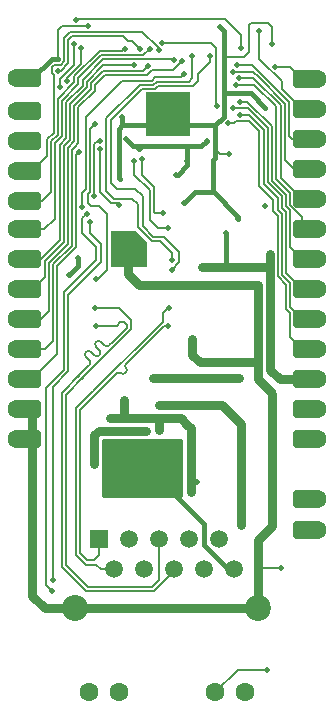
<source format=gbl>
G04 #@! TF.GenerationSoftware,KiCad,Pcbnew,8.0.2*
G04 #@! TF.CreationDate,2024-06-13T23:11:37+12:00*
G04 #@! TF.ProjectId,LAN-Module-PoE-Castellated,4c414e2d-4d6f-4647-956c-652d506f452d,rev?*
G04 #@! TF.SameCoordinates,Original*
G04 #@! TF.FileFunction,Copper,L2,Bot*
G04 #@! TF.FilePolarity,Positive*
%FSLAX46Y46*%
G04 Gerber Fmt 4.6, Leading zero omitted, Abs format (unit mm)*
G04 Created by KiCad (PCBNEW 8.0.2) date 2024-06-13 23:11:37*
%MOMM*%
%LPD*%
G01*
G04 APERTURE LIST*
G04 Aperture macros list*
%AMRoundRect*
0 Rectangle with rounded corners*
0 $1 Rounding radius*
0 $2 $3 $4 $5 $6 $7 $8 $9 X,Y pos of 4 corners*
0 Add a 4 corners polygon primitive as box body*
4,1,4,$2,$3,$4,$5,$6,$7,$8,$9,$2,$3,0*
0 Add four circle primitives for the rounded corners*
1,1,$1+$1,$2,$3*
1,1,$1+$1,$4,$5*
1,1,$1+$1,$6,$7*
1,1,$1+$1,$8,$9*
0 Add four rect primitives between the rounded corners*
20,1,$1+$1,$2,$3,$4,$5,0*
20,1,$1+$1,$4,$5,$6,$7,0*
20,1,$1+$1,$6,$7,$8,$9,0*
20,1,$1+$1,$8,$9,$2,$3,0*%
G04 Aperture macros list end*
G04 #@! TA.AperFunction,ComponentPad*
%ADD10RoundRect,0.400000X0.400000X0.400000X-0.400000X0.400000X-0.400000X-0.400000X0.400000X-0.400000X0*%
G04 #@! TD*
G04 #@! TA.AperFunction,SMDPad,CuDef*
%ADD11R,1.295500X1.600000*%
G04 #@! TD*
G04 #@! TA.AperFunction,ComponentPad*
%ADD12C,1.600000*%
G04 #@! TD*
G04 #@! TA.AperFunction,ComponentPad*
%ADD13RoundRect,0.400000X-0.400000X-0.400000X0.400000X-0.400000X0.400000X0.400000X-0.400000X0.400000X0*%
G04 #@! TD*
G04 #@! TA.AperFunction,ComponentPad*
%ADD14R,1.500000X1.500000*%
G04 #@! TD*
G04 #@! TA.AperFunction,ComponentPad*
%ADD15C,1.500000*%
G04 #@! TD*
G04 #@! TA.AperFunction,ComponentPad*
%ADD16C,2.200000*%
G04 #@! TD*
G04 #@! TA.AperFunction,ComponentPad*
%ADD17C,0.500000*%
G04 #@! TD*
G04 #@! TA.AperFunction,SMDPad,CuDef*
%ADD18R,3.700000X3.700000*%
G04 #@! TD*
G04 #@! TA.AperFunction,ViaPad*
%ADD19C,0.500000*%
G04 #@! TD*
G04 #@! TA.AperFunction,Conductor*
%ADD20C,0.400000*%
G04 #@! TD*
G04 #@! TA.AperFunction,Conductor*
%ADD21C,0.800000*%
G04 #@! TD*
G04 #@! TA.AperFunction,Conductor*
%ADD22C,0.200000*%
G04 #@! TD*
G04 #@! TA.AperFunction,Conductor*
%ADD23C,0.250000*%
G04 #@! TD*
G04 APERTURE END LIST*
D10*
G04 #@! TO.P,J16,1,1*
G04 #@! TO.N,GND*
X30480000Y-68580000D03*
D11*
X29857750Y-68580000D03*
D12*
X29210000Y-68580000D03*
G04 #@! TD*
D10*
G04 #@! TO.P,J14,1,1*
G04 #@! TO.N,GND*
X30480000Y-66040000D03*
D11*
X29857750Y-66040000D03*
D12*
X29210000Y-66040000D03*
G04 #@! TD*
D13*
G04 #@! TO.P,J29,1,1*
G04 #@! TO.N,/VIN_NEG*
X53340000Y-76260000D03*
D11*
X53962250Y-76260000D03*
D12*
X54610000Y-76260000D03*
G04 #@! TD*
D13*
G04 #@! TO.P,J28,1,1*
G04 #@! TO.N,/12V*
X53340000Y-68580000D03*
D11*
X53962250Y-68580000D03*
D12*
X54610000Y-68580000D03*
G04 #@! TD*
D13*
G04 #@! TO.P,J27,1,1*
G04 #@! TO.N,GND*
X53340000Y-66040000D03*
D11*
X53962250Y-66040000D03*
D12*
X54610000Y-66040000D03*
G04 #@! TD*
D13*
G04 #@! TO.P,J26,1,1*
G04 #@! TO.N,/S_VP*
X53340000Y-60960000D03*
D11*
X53962250Y-60960000D03*
D12*
X54610000Y-60960000D03*
G04 #@! TD*
D13*
G04 #@! TO.P,J25,1,1*
G04 #@! TO.N,/IO37*
X53340000Y-58420000D03*
D11*
X53962250Y-58420000D03*
D12*
X54610000Y-58420000D03*
G04 #@! TD*
D13*
G04 #@! TO.P,J24,1,1*
G04 #@! TO.N,/IO38*
X53340000Y-55880000D03*
D11*
X53962250Y-55880000D03*
D12*
X54610000Y-55880000D03*
G04 #@! TD*
D13*
G04 #@! TO.P,J23,1,1*
G04 #@! TO.N,/S_VN*
X53340000Y-53340000D03*
D11*
X53962250Y-53340000D03*
D12*
X54610000Y-53340000D03*
G04 #@! TD*
D13*
G04 #@! TO.P,J22,1,1*
G04 #@! TO.N,/IO34*
X53340000Y-50800000D03*
D11*
X53962250Y-50800000D03*
D12*
X54610000Y-50800000D03*
G04 #@! TD*
D13*
G04 #@! TO.P,J21,1,1*
G04 #@! TO.N,/IO35*
X53340000Y-48260000D03*
D11*
X53962250Y-48260000D03*
D12*
X54610000Y-48260000D03*
G04 #@! TD*
D13*
G04 #@! TO.P,J20,1,1*
G04 #@! TO.N,/IO32*
X53340000Y-45720000D03*
D11*
X53962250Y-45720000D03*
D12*
X54610000Y-45720000D03*
G04 #@! TD*
D13*
G04 #@! TO.P,J19,1,1*
G04 #@! TO.N,/IO33*
X53340000Y-43180000D03*
D11*
X53962250Y-43180000D03*
D12*
X54610000Y-43180000D03*
G04 #@! TD*
D13*
G04 #@! TO.P,J18,1,1*
G04 #@! TO.N,/U0RXD*
X53340000Y-40640000D03*
D11*
X53962250Y-40640000D03*
D12*
X54610000Y-40640000D03*
G04 #@! TD*
D13*
G04 #@! TO.P,J17,1,1*
G04 #@! TO.N,/U0TXD*
X53340000Y-38100000D03*
D11*
X53962250Y-38100000D03*
D12*
X54610000Y-38100000D03*
G04 #@! TD*
D13*
G04 #@! TO.P,J15,1,1*
G04 #@! TO.N,+3V3*
X53340000Y-63500000D03*
D11*
X53962250Y-63500000D03*
D12*
X54610000Y-63500000D03*
G04 #@! TD*
D10*
G04 #@! TO.P,J13,1,1*
G04 #@! TO.N,/IO5*
X30480000Y-63500000D03*
D11*
X29857750Y-63500000D03*
D12*
X29210000Y-63500000D03*
G04 #@! TD*
D10*
G04 #@! TO.P,J12,1,1*
G04 #@! TO.N,/IO14*
X30480000Y-60960000D03*
D11*
X29857750Y-60960000D03*
D12*
X29210000Y-60960000D03*
G04 #@! TD*
D10*
G04 #@! TO.P,J11,1,1*
G04 #@! TO.N,/IO2*
X30480000Y-58420000D03*
D11*
X29857750Y-58420000D03*
D12*
X29210000Y-58420000D03*
G04 #@! TD*
D10*
G04 #@! TO.P,J10,1,1*
G04 #@! TO.N,/IO4*
X30480000Y-55880000D03*
D11*
X29857750Y-55880000D03*
D12*
X29210000Y-55880000D03*
G04 #@! TD*
D10*
G04 #@! TO.P,J9,1,1*
G04 #@! TO.N,/IO12*
X30480000Y-53340000D03*
D11*
X29857750Y-53340000D03*
D12*
X29210000Y-53340000D03*
G04 #@! TD*
D10*
G04 #@! TO.P,J8,1,1*
G04 #@! TO.N,/IO15*
X30480000Y-50800000D03*
D11*
X29857750Y-50800000D03*
D12*
X29210000Y-50800000D03*
G04 #@! TD*
D10*
G04 #@! TO.P,J7,1,1*
G04 #@! TO.N,/IO16*
X30480000Y-48400000D03*
D11*
X29857750Y-48400000D03*
D12*
X29210000Y-48400000D03*
G04 #@! TD*
D10*
G04 #@! TO.P,J6,1,1*
G04 #@! TO.N,/IO13*
X30480000Y-45860000D03*
D11*
X29857750Y-45860000D03*
D12*
X29210000Y-45860000D03*
G04 #@! TD*
D10*
G04 #@! TO.P,J5,1,1*
G04 #@! TO.N,/BOOT*
X30480000Y-43320000D03*
D11*
X29857750Y-43320000D03*
D12*
X29210000Y-43320000D03*
G04 #@! TD*
D10*
G04 #@! TO.P,J4,1,1*
G04 #@! TO.N,/EN*
X30480000Y-40780000D03*
D11*
X29857750Y-40780000D03*
D12*
X29210000Y-40780000D03*
G04 #@! TD*
D10*
G04 #@! TO.P,J3,1,1*
G04 #@! TO.N,GND*
X30480000Y-38010000D03*
D11*
X29857750Y-38010000D03*
D12*
X29210000Y-38010000D03*
G04 #@! TD*
D13*
G04 #@! TO.P,J2,1,1*
G04 #@! TO.N,/12V*
X53340000Y-73660000D03*
D11*
X53962250Y-73660000D03*
D12*
X54610000Y-73660000D03*
G04 #@! TD*
D14*
G04 #@! TO.P,J1,1,RD+*
G04 #@! TO.N,/MDI1_P*
X36150000Y-77031233D03*
D15*
G04 #@! TO.P,J1,2,RD-*
G04 #@! TO.N,/MDI1_N*
X37420000Y-79571233D03*
G04 #@! TO.P,J1,3,RCT*
G04 #@! TO.N,/MDI0_CT*
X38690000Y-77031233D03*
G04 #@! TO.P,J1,4,TCT*
X39960000Y-79571233D03*
G04 #@! TO.P,J1,5,TD+*
G04 #@! TO.N,/MDI0_P*
X41230000Y-77031233D03*
G04 #@! TO.P,J1,6,TD-*
G04 #@! TO.N,/MDI0_N*
X42500000Y-79571233D03*
G04 #@! TO.P,J1,7*
G04 #@! TO.N,N/C*
X43770000Y-77031233D03*
G04 #@! TO.P,J1,8*
X45040000Y-79571233D03*
G04 #@! TO.P,J1,9,V+*
G04 #@! TO.N,/12V*
X46310000Y-77031233D03*
G04 #@! TO.P,J1,10,V-*
G04 #@! TO.N,/POE_NEG*
X47580000Y-79571233D03*
D12*
G04 #@! TO.P,J1,11,LEDG_A*
G04 #@! TO.N,/ETH_LED0*
X35235000Y-90001233D03*
G04 #@! TO.P,J1,12,LEDG_K*
G04 #@! TO.N,GND*
X37775000Y-90001233D03*
G04 #@! TO.P,J1,13,LEDY_A*
G04 #@! TO.N,/ETH_LED1*
X45955000Y-90001233D03*
G04 #@! TO.P,J1,14,LEDY_K*
G04 #@! TO.N,GND*
X48495000Y-90001233D03*
D16*
G04 #@! TO.P,J1,SH,SHIELD*
X34120000Y-82871233D03*
X49610000Y-82871233D03*
G04 #@! TD*
D17*
G04 #@! TO.P,U1,49,GND*
G04 #@! TO.N,GND*
X43575000Y-42608333D03*
X43575000Y-41541666D03*
X43575000Y-40475000D03*
X43575000Y-39408333D03*
X42508333Y-42608333D03*
X42508333Y-41541666D03*
X42508333Y-40475000D03*
X42508333Y-39408333D03*
D18*
X41975000Y-41008333D03*
D17*
X41441667Y-42608333D03*
X41441667Y-41541666D03*
X41441667Y-40475000D03*
X41441667Y-39408333D03*
X40375000Y-42608333D03*
X40375000Y-41541666D03*
X40375000Y-40475000D03*
X40375000Y-39408333D03*
G04 #@! TD*
D19*
G04 #@! TO.N,GND*
X35200000Y-33597987D03*
X37500000Y-52400000D03*
X38600000Y-51300000D03*
X50700000Y-64600000D03*
X38600000Y-52400000D03*
X51500000Y-79500000D03*
X38600000Y-53600000D03*
X38075000Y-41275000D03*
X50800000Y-70100000D03*
X50800000Y-35100000D03*
X45775000Y-47575000D03*
X32675000Y-36375000D03*
X37500000Y-51300000D03*
X47925000Y-49925000D03*
X46400000Y-33700000D03*
X50200000Y-48800000D03*
X39700000Y-52400000D03*
X47149500Y-44400000D03*
X43325000Y-48525000D03*
X37925000Y-46500000D03*
X45686214Y-55497098D03*
X30480000Y-77980000D03*
X49600000Y-60500000D03*
X39700000Y-53600000D03*
X37470000Y-53600000D03*
X49600000Y-57600000D03*
X50200000Y-40500000D03*
X44000000Y-60100000D03*
X49600000Y-58700000D03*
X46903200Y-55674500D03*
G04 #@! TO.N,/EN*
X41427337Y-35000000D03*
X46075000Y-40333833D03*
G04 #@! TO.N,/ETH_MDC*
X36200000Y-43998043D03*
X37800000Y-48700000D03*
G04 #@! TO.N,/S_VP*
X47075000Y-41775000D03*
G04 #@! TO.N,/S_VN*
X48075000Y-39975000D03*
G04 #@! TO.N,/IO34*
X47683579Y-38536672D03*
G04 #@! TO.N,/ETH_TXD1*
X39775000Y-44875000D03*
X41500000Y-49400000D03*
G04 #@! TO.N,/IO35*
X47975450Y-37956444D03*
G04 #@! TO.N,/IO32*
X47465834Y-37456944D03*
G04 #@! TO.N,/ETH_CRS_DV*
X34700000Y-48900000D03*
X43349500Y-37600000D03*
G04 #@! TO.N,+3V3*
X42600000Y-46169609D03*
X50600000Y-55500000D03*
X43575000Y-44975000D03*
X50590000Y-52900000D03*
X39475000Y-43975000D03*
X46900000Y-51100000D03*
X38375000Y-43175000D03*
X45283333Y-43283333D03*
X44795000Y-53975000D03*
G04 #@! TO.N,/IO33*
X47800000Y-36900000D03*
G04 #@! TO.N,/U0RXD*
X49700000Y-34000000D03*
G04 #@! TO.N,Net-(U1-U0TXD)*
X34200000Y-33100000D03*
X34024500Y-35100000D03*
X48100000Y-35400000D03*
X32800000Y-38700000D03*
G04 #@! TO.N,/ETH_TXD0*
X39075000Y-44975000D03*
X41970000Y-50700000D03*
G04 #@! TO.N,/ETH_MDIO*
X36171800Y-43271800D03*
X35700000Y-48000000D03*
G04 #@! TO.N,/BOOT*
X39600000Y-35500000D03*
X32649500Y-37390450D03*
G04 #@! TO.N,/IO14*
X43123419Y-36502033D03*
G04 #@! TO.N,/IO12*
X42474500Y-36474500D03*
G04 #@! TO.N,/IO13*
X41197209Y-35607367D03*
G04 #@! TO.N,/U0TXD*
X51053200Y-37046800D03*
G04 #@! TO.N,/RTL_LED1*
X35370000Y-50200000D03*
X32200000Y-80500000D03*
G04 #@! TO.N,/RTL_LED0*
X35092708Y-49472249D03*
X32100000Y-81400000D03*
G04 #@! TO.N,/MDI0_P*
X35820000Y-57450000D03*
G04 #@! TO.N,/MDI0_N*
X35851222Y-58950000D03*
G04 #@! TO.N,/ETH_LED1*
X50300000Y-88100000D03*
G04 #@! TO.N,/MDI1_P*
X41970878Y-58950000D03*
G04 #@! TO.N,/MDI1_N*
X42020000Y-57450000D03*
G04 #@! TO.N,/IO15*
X40400000Y-35499500D03*
G04 #@! TO.N,/IO2*
X40276617Y-36953233D03*
G04 #@! TO.N,/IO4*
X39075500Y-36900000D03*
G04 #@! TO.N,/IO16*
X38300000Y-35500000D03*
G04 #@! TO.N,/IO5*
X34425000Y-44225000D03*
G04 #@! TO.N,/IO37*
X48075000Y-41074000D03*
G04 #@! TO.N,/IO38*
X47475000Y-40524500D03*
G04 #@! TO.N,Net-(U1-U0RXD)*
X34600446Y-35400233D03*
X33400000Y-38200000D03*
G04 #@! TO.N,/LAN_3P3V*
X34345000Y-53200000D03*
X33570000Y-54700000D03*
G04 #@! TO.N,/VIN_NEG*
X48100000Y-75800000D03*
X35650000Y-70631233D03*
X40050000Y-67831233D03*
X41200000Y-65700000D03*
G04 #@! TO.N,/VSS*
X37600000Y-66800000D03*
X44400000Y-72200000D03*
X38200000Y-65200000D03*
X41200000Y-67800000D03*
G04 #@! TO.N,/12V*
X40700000Y-63400000D03*
X48000000Y-63400000D03*
G04 #@! TO.N,/POE_NEG*
X39370000Y-69800000D03*
X39370000Y-71400000D03*
X38500000Y-70606233D03*
X38520000Y-71400000D03*
X37570000Y-70600000D03*
X37570000Y-69800000D03*
X37570000Y-71400000D03*
X39370000Y-70600000D03*
X38470000Y-69800000D03*
G04 #@! TO.N,/RXD0*
X45500000Y-36100000D03*
X42270000Y-54200000D03*
G04 #@! TO.N,/RXD1*
X42270000Y-53400000D03*
X44000000Y-36100000D03*
G04 #@! TO.N,/ETHCLK*
X35833556Y-54963556D03*
X35743491Y-41873672D03*
G04 #@! TD*
D20*
G04 #@! TO.N,/POE_NEG*
X45000000Y-75750000D02*
X40650000Y-71400000D01*
X45000000Y-77500000D02*
X45000000Y-75750000D01*
X47071233Y-79571233D02*
X45000000Y-77500000D01*
X40650000Y-71400000D02*
X39370000Y-71400000D01*
X47580000Y-79571233D02*
X47071233Y-79571233D01*
G04 #@! TO.N,GND*
X46675000Y-36225000D02*
X46675000Y-39275000D01*
D21*
X44000000Y-61400000D02*
X44000000Y-60100000D01*
X50800000Y-75900000D02*
X49610000Y-77090000D01*
D22*
X50800000Y-33700000D02*
X50400000Y-33300000D01*
D20*
X45775000Y-44925000D02*
X45975000Y-44725000D01*
X45775000Y-47575000D02*
X45775000Y-44925000D01*
X45975000Y-43975000D02*
X45975000Y-44725000D01*
D22*
X32675000Y-33925000D02*
X33000000Y-33600000D01*
D21*
X44631233Y-62031233D02*
X44000000Y-61400000D01*
D20*
X50200000Y-40500000D02*
X48975000Y-39275000D01*
D21*
X47000000Y-55500000D02*
X47700000Y-55500000D01*
D22*
X50400000Y-33300000D02*
X49000000Y-33300000D01*
D21*
X38600000Y-53600000D02*
X38600000Y-54600000D01*
D20*
X45750000Y-47600000D02*
X45775000Y-47575000D01*
X32675000Y-36375000D02*
X32115000Y-36375000D01*
X46675000Y-39275000D02*
X46675000Y-41275000D01*
D21*
X50700000Y-64600000D02*
X49580000Y-63480000D01*
D22*
X50800000Y-35100000D02*
X50800000Y-33700000D01*
D20*
X46400000Y-33700000D02*
X46675000Y-33975000D01*
X45975000Y-43975000D02*
X45975000Y-41975000D01*
X43325000Y-48525000D02*
X44250000Y-47600000D01*
D21*
X39500000Y-55500000D02*
X47000000Y-55500000D01*
D20*
X47925000Y-49725000D02*
X45775000Y-47575000D01*
D21*
X49580000Y-63480000D02*
X49580000Y-62031233D01*
X49610000Y-77090000D02*
X49610000Y-79410000D01*
X50800000Y-70100000D02*
X50800000Y-75900000D01*
D22*
X48375000Y-36225000D02*
X46675000Y-36225000D01*
D20*
X46675000Y-41275000D02*
X45975000Y-41975000D01*
D21*
X49610000Y-82871233D02*
X49610000Y-79410000D01*
X30480000Y-66040000D02*
X30480000Y-81822466D01*
D20*
X49600000Y-57600000D02*
X49600000Y-57400000D01*
D21*
X47700000Y-55500000D02*
X49560000Y-55500000D01*
D20*
X46675000Y-33975000D02*
X46675000Y-36225000D01*
X47000000Y-55577700D02*
X47000000Y-55500000D01*
X48975000Y-39275000D02*
X46675000Y-39275000D01*
D21*
X30480000Y-81822466D02*
X31528767Y-82871233D01*
D20*
X45975000Y-41975000D02*
X44675000Y-41975000D01*
D21*
X49560000Y-55500000D02*
X49580000Y-55520000D01*
X49600000Y-55500000D02*
X49580000Y-55520000D01*
D20*
X38075000Y-41975000D02*
X38075000Y-41275000D01*
X46903200Y-55674500D02*
X47000000Y-55577700D01*
X44250000Y-47600000D02*
X45750000Y-47600000D01*
X37775000Y-46350000D02*
X37775000Y-42275000D01*
D21*
X38600000Y-54600000D02*
X39500000Y-55500000D01*
X34120000Y-82871233D02*
X31528767Y-82871233D01*
D22*
X47149500Y-44400000D02*
X46400000Y-44400000D01*
X48800000Y-35800000D02*
X48375000Y-36225000D01*
X49700000Y-79500000D02*
X49610000Y-79410000D01*
D21*
X49610000Y-82871233D02*
X34120000Y-82871233D01*
D22*
X48800000Y-33500000D02*
X48800000Y-35800000D01*
X51500000Y-79500000D02*
X49700000Y-79500000D01*
D20*
X44675000Y-41975000D02*
X43075000Y-41975000D01*
X37775000Y-42275000D02*
X38075000Y-41975000D01*
D21*
X50700000Y-64600000D02*
X50800000Y-64700000D01*
D22*
X42375480Y-40874520D02*
X41424511Y-41825489D01*
D20*
X32115000Y-36375000D02*
X30480000Y-38010000D01*
X37925000Y-46500000D02*
X37775000Y-46350000D01*
X38075000Y-41975000D02*
X40875000Y-41975000D01*
D21*
X49580000Y-62031233D02*
X49580000Y-55520000D01*
X50800000Y-64700000D02*
X50800000Y-70100000D01*
D22*
X49000000Y-33300000D02*
X48800000Y-33500000D01*
X46400000Y-44400000D02*
X45975000Y-43975000D01*
D21*
X49580000Y-62031233D02*
X44631233Y-62031233D01*
D22*
X35197987Y-33600000D02*
X35200000Y-33597987D01*
D20*
X47925000Y-49925000D02*
X47925000Y-49725000D01*
D22*
X32675000Y-36375000D02*
X32675000Y-33925000D01*
X33000000Y-33600000D02*
X35197987Y-33600000D01*
X41824031Y-42025969D02*
X42575960Y-41274040D01*
G04 #@! TO.N,/EN*
X46000000Y-35400000D02*
X46000000Y-40258833D01*
X31229520Y-40750480D02*
X30729520Y-41250480D01*
X46000000Y-40258833D02*
X46075000Y-40333833D01*
X45600000Y-35000000D02*
X46000000Y-35400000D01*
X41427337Y-35000000D02*
X45600000Y-35000000D01*
G04 #@! TO.N,/ETH_MDC*
X37800000Y-48700000D02*
X37650000Y-48550000D01*
X37120807Y-48550000D02*
X36200000Y-47629193D01*
X37650000Y-48550000D02*
X37120807Y-48550000D01*
X36200000Y-47629193D02*
X36200000Y-43998043D01*
G04 #@! TO.N,/S_VP*
X51240000Y-49624824D02*
X51240000Y-54769948D01*
X51940000Y-57514974D02*
X52290000Y-57864974D01*
X52290000Y-59910000D02*
X53340000Y-60960000D01*
X51240000Y-54769948D02*
X51940000Y-55469948D01*
X48823511Y-41623511D02*
X49700000Y-42500000D01*
X49700000Y-47094873D02*
X50890000Y-48284871D01*
X50890000Y-49274825D02*
X51240000Y-49624824D01*
X49700000Y-42500000D02*
X49700000Y-47094873D01*
X47572022Y-41775000D02*
X47723511Y-41623511D01*
X47723511Y-41623511D02*
X48823511Y-41623511D01*
X52290000Y-57864974D02*
X52290000Y-59910000D01*
X51940000Y-55469948D02*
X51940000Y-57514974D01*
X47075000Y-41775000D02*
X47572022Y-41775000D01*
X50890000Y-48284871D02*
X50890000Y-49274825D01*
G04 #@! TO.N,/S_VN*
X51940000Y-47849948D02*
X51940000Y-48839900D01*
X50750000Y-46659949D02*
X51940000Y-47849948D01*
X52290000Y-52290000D02*
X53340000Y-53340000D01*
X50750000Y-42055026D02*
X50750000Y-46659949D01*
X51940000Y-48839900D02*
X52290000Y-49189899D01*
X52290000Y-49189899D02*
X52290000Y-52290000D01*
X48075000Y-39975000D02*
X48669974Y-39975000D01*
X48669974Y-39975000D02*
X50750000Y-42055026D01*
G04 #@! TO.N,/IO34*
X52290000Y-47704974D02*
X51100000Y-46514974D01*
X53340000Y-50800000D02*
X53340000Y-49744925D01*
X49246724Y-38536672D02*
X47683579Y-38536672D01*
X51100000Y-46514974D02*
X51100000Y-40389948D01*
X51100000Y-40389948D02*
X49246724Y-38536672D01*
X53340000Y-49744925D02*
X52290000Y-48694925D01*
X52290000Y-48694925D02*
X52290000Y-47704974D01*
G04 #@! TO.N,/ETH_TXD1*
X40800000Y-49300000D02*
X40900000Y-49400000D01*
X39775000Y-46175000D02*
X39775000Y-44875000D01*
X40800000Y-47200000D02*
X39775000Y-46175000D01*
X40900000Y-49400000D02*
X41500000Y-49400000D01*
X40800000Y-47200000D02*
X40800000Y-49300000D01*
G04 #@! TO.N,/IO35*
X49166496Y-37956444D02*
X47975450Y-37956444D01*
X51500000Y-40294974D02*
X49275489Y-38070463D01*
X51500000Y-46420000D02*
X51500000Y-40294974D01*
X49275489Y-38065437D02*
X49166496Y-37956444D01*
X49275489Y-38070463D02*
X49275489Y-38065437D01*
X53340000Y-48260000D02*
X51500000Y-46420000D01*
G04 #@! TO.N,/IO32*
X47465834Y-37456944D02*
X49161970Y-37456944D01*
X52620000Y-45720000D02*
X53340000Y-45720000D01*
X51850000Y-44950000D02*
X52620000Y-45720000D01*
X49625489Y-37925489D02*
X51850000Y-40150000D01*
X49625489Y-37920463D02*
X49625489Y-37925489D01*
X49161970Y-37456944D02*
X49625489Y-37920463D01*
X51850000Y-40150000D02*
X51850000Y-44950000D01*
G04 #@! TO.N,/ETH_CRS_DV*
X34700000Y-48900000D02*
X34700000Y-47700000D01*
X35000000Y-47400000D02*
X35000000Y-41300000D01*
X43049500Y-37900000D02*
X43349500Y-37600000D01*
X40582686Y-38200644D02*
X40883330Y-37900000D01*
X38099356Y-38200644D02*
X40582686Y-38200644D01*
X35000000Y-41300000D02*
X38099356Y-38200644D01*
X34700000Y-47700000D02*
X35000000Y-47400000D01*
X40883330Y-37900000D02*
X43049500Y-37900000D01*
D21*
G04 #@! TO.N,+3V3*
X50590000Y-55019187D02*
X50590000Y-52900000D01*
X50580000Y-62680000D02*
X51400000Y-63500000D01*
X46825000Y-53975000D02*
X50375000Y-53975000D01*
X50580000Y-59881733D02*
X50580000Y-60420000D01*
D20*
X43575000Y-45375000D02*
X43575000Y-44975000D01*
X43575000Y-44975000D02*
X43575000Y-43875000D01*
X42780391Y-46169609D02*
X43575000Y-45375000D01*
D22*
X45283333Y-43283333D02*
X44891666Y-43675000D01*
D20*
X38975000Y-43775000D02*
X38375000Y-43175000D01*
X44791666Y-43775000D02*
X43675000Y-43775000D01*
X45283333Y-43283333D02*
X44791666Y-43775000D01*
D21*
X50375000Y-53975000D02*
X50400000Y-54000000D01*
X50580000Y-60820000D02*
X50580000Y-62680000D01*
D22*
X44891666Y-43675000D02*
X44075000Y-43675000D01*
D20*
X42600000Y-46169609D02*
X42780391Y-46169609D01*
X43575000Y-43875000D02*
X43675000Y-43775000D01*
X46900000Y-51100000D02*
X46900000Y-53900000D01*
X43675000Y-43775000D02*
X39675000Y-43775000D01*
D22*
X44075000Y-43675000D02*
X42575000Y-43675000D01*
D21*
X50580000Y-55029187D02*
X50580000Y-60820000D01*
X50580000Y-60420000D02*
X50580000Y-60820000D01*
X44795000Y-53975000D02*
X46825000Y-53975000D01*
X51400000Y-63500000D02*
X53340000Y-63500000D01*
D20*
X39675000Y-43775000D02*
X38975000Y-43775000D01*
X39675000Y-43775000D02*
X39475000Y-43975000D01*
X46900000Y-53900000D02*
X46825000Y-53975000D01*
D21*
X50580000Y-55029187D02*
X50590000Y-55019187D01*
D22*
G04 #@! TO.N,/IO33*
X52200000Y-40000000D02*
X52200000Y-42900000D01*
X52200000Y-42900000D02*
X52480000Y-43180000D01*
X49100000Y-36900000D02*
X52200000Y-40000000D01*
X52480000Y-43180000D02*
X53340000Y-43180000D01*
X47800000Y-36900000D02*
X49100000Y-36900000D01*
G04 #@! TO.N,/U0RXD*
X49703200Y-36403200D02*
X49850000Y-36550000D01*
X49700000Y-36400000D02*
X49700000Y-34000000D01*
X51575000Y-38275000D02*
X51575000Y-38875000D01*
X49850000Y-36550000D02*
X49700000Y-36400000D01*
X49850000Y-36550000D02*
X51575000Y-38275000D01*
X51575000Y-38875000D02*
X53340000Y-40640000D01*
X52740000Y-40640000D02*
X53340000Y-40640000D01*
G04 #@! TO.N,Net-(U1-U0TXD)*
X47500000Y-33700000D02*
X46800000Y-33000000D01*
X33992590Y-36892590D02*
X32800000Y-38085180D01*
X48100000Y-34300000D02*
X48100000Y-35400000D01*
X32800000Y-38085180D02*
X32800000Y-38700000D01*
X47500000Y-33700000D02*
X48100000Y-34300000D01*
X46800000Y-33000000D02*
X34300000Y-33000000D01*
X34024500Y-35100000D02*
X33992590Y-35131910D01*
X34300000Y-33000000D02*
X34200000Y-33100000D01*
X33992590Y-35131910D02*
X33992590Y-36892590D01*
G04 #@! TO.N,/ETH_TXD0*
X39075000Y-46175000D02*
X40400000Y-47500000D01*
X41100000Y-50700000D02*
X41970000Y-50700000D01*
X39075000Y-44975000D02*
X39075000Y-46175000D01*
X40400000Y-50000000D02*
X41100000Y-50700000D01*
X40400000Y-47500000D02*
X40400000Y-50000000D01*
G04 #@! TO.N,/ETH_MDIO*
X35700000Y-48000000D02*
X35700000Y-43605150D01*
X35700000Y-43605150D02*
X36033350Y-43271800D01*
X36033350Y-43271800D02*
X36171800Y-43271800D01*
G04 #@! TO.N,/BOOT*
X32649500Y-37390450D02*
X32861631Y-37390450D01*
X38152513Y-34447487D02*
X38555026Y-34850000D01*
X33525000Y-36727081D02*
X33525000Y-34769974D01*
X38555026Y-34850000D02*
X38950000Y-34850000D01*
X33525000Y-34769974D02*
X33847487Y-34447487D01*
X38950000Y-34850000D02*
X39600000Y-35500000D01*
X33847487Y-34447487D02*
X38152513Y-34447487D01*
X32861631Y-37390450D02*
X33525000Y-36727081D01*
G04 #@! TO.N,/IO14*
X33825000Y-52175000D02*
X32250000Y-53750000D01*
X31540000Y-60960000D02*
X30480000Y-60960000D01*
X40186957Y-37750000D02*
X36600000Y-37750000D01*
X40636957Y-37300000D02*
X40186957Y-37750000D01*
X33886436Y-43986436D02*
X33825000Y-44047872D01*
X34086436Y-43786436D02*
X33886436Y-43986436D01*
X34375480Y-43497393D02*
X34086436Y-43786436D01*
X32250000Y-60250000D02*
X31540000Y-60960000D01*
X35775000Y-39072055D02*
X34375480Y-40471575D01*
X42356107Y-37300000D02*
X40636957Y-37300000D01*
X42974500Y-36650952D02*
X42974500Y-36681607D01*
X43123419Y-36502033D02*
X42974500Y-36650952D01*
X33825000Y-44047872D02*
X34086436Y-43786436D01*
X42974500Y-36681607D02*
X42356107Y-37300000D01*
X33825000Y-44047872D02*
X33825000Y-52175000D01*
X35775000Y-38575000D02*
X35775000Y-39072055D01*
X36600000Y-37750000D02*
X35775000Y-38575000D01*
X34375480Y-40471575D02*
X34375480Y-43497393D01*
X32250000Y-53750000D02*
X32250000Y-60250000D01*
G04 #@! TO.N,/IO12*
X36465577Y-36399500D02*
X42399500Y-36399500D01*
X31200000Y-53340000D02*
X30480000Y-53340000D01*
X34725000Y-38637133D02*
X34725000Y-38140077D01*
X32775000Y-43612950D02*
X33325480Y-43062470D01*
X31200000Y-53305026D02*
X31200000Y-53340000D01*
X34725000Y-38140077D02*
X36465577Y-36399500D01*
X32775000Y-50775000D02*
X32775000Y-43612950D01*
X32775000Y-51730026D02*
X31200000Y-53305026D01*
X32775000Y-50775000D02*
X32775000Y-51730026D01*
X33325480Y-40036653D02*
X34725000Y-38637133D01*
X42399500Y-36399500D02*
X42474500Y-36474500D01*
X33325480Y-43062470D02*
X33325480Y-40036653D01*
G04 #@! TO.N,/IO13*
X32275480Y-42627548D02*
X32275480Y-37723537D01*
X41197209Y-35607367D02*
X41197209Y-35497209D01*
X31725000Y-44615000D02*
X31725000Y-43178028D01*
X39797487Y-34097487D02*
X41000000Y-35300000D01*
X41197209Y-35497209D02*
X41000000Y-35300000D01*
X30480000Y-45860000D02*
X31725000Y-44615000D01*
X41000000Y-35300000D02*
X41300000Y-35600000D01*
X32149500Y-37597557D02*
X32149500Y-37050500D01*
X32275480Y-37723537D02*
X32149500Y-37597557D01*
X32149500Y-37050500D02*
X32325000Y-36875000D01*
X31725000Y-43178028D02*
X32275480Y-42627548D01*
X32325000Y-36875000D02*
X32882107Y-36875000D01*
X33175000Y-34625000D02*
X33702513Y-34097487D01*
X33175000Y-36582107D02*
X33175000Y-34625000D01*
X32882107Y-36875000D02*
X33175000Y-36582107D01*
X33702513Y-34097487D02*
X39797487Y-34097487D01*
G04 #@! TO.N,/U0TXD*
X51053200Y-37046800D02*
X52286800Y-37046800D01*
X52286800Y-37046800D02*
X53340000Y-38100000D01*
G04 #@! TO.N,/RTL_LED1*
X32200000Y-64100000D02*
X32200000Y-80500000D01*
X36318198Y-52018198D02*
X36318198Y-53518198D01*
X33500000Y-62800000D02*
X32200000Y-64100000D01*
X35370000Y-50200000D02*
X35370000Y-51070000D01*
X35370000Y-51070000D02*
X36318198Y-52018198D01*
X36318198Y-53518198D02*
X33500000Y-56336396D01*
X33500000Y-56336396D02*
X33500000Y-62800000D01*
G04 #@! TO.N,/RTL_LED0*
X34700000Y-51100000D02*
X34700000Y-49864957D01*
X31600000Y-80900000D02*
X31600000Y-64205026D01*
X35870000Y-52270000D02*
X34700000Y-51100000D01*
X32100000Y-81400000D02*
X31600000Y-80900000D01*
X34700000Y-49864957D02*
X35092708Y-49472249D01*
X31600000Y-64205026D02*
X33131951Y-62673075D01*
X33131951Y-62673075D02*
X33131951Y-56104445D01*
X35870000Y-53366396D02*
X35870000Y-52270000D01*
X33131951Y-56104445D02*
X35870000Y-53366396D01*
G04 #@! TO.N,/MDI0_P*
X40600000Y-81100000D02*
X35200000Y-81100000D01*
X33300000Y-79200000D02*
X33300000Y-64793851D01*
X34849439Y-63249439D02*
X34672891Y-63425986D01*
X38828877Y-58470000D02*
X37808877Y-57450000D01*
X34849439Y-63249439D02*
X38828877Y-59270000D01*
X38828877Y-59270000D02*
X38828877Y-58470000D01*
X34844412Y-63249439D02*
X34849439Y-63249439D01*
X41230000Y-80470000D02*
X40600000Y-81100000D01*
X35200000Y-81100000D02*
X33300000Y-79200000D01*
X37808877Y-57450000D02*
X35820000Y-57450000D01*
X41230000Y-77031233D02*
X41230000Y-80470000D01*
X33300000Y-64793851D02*
X34844412Y-63249439D01*
G04 #@! TO.N,/MDI0_N*
X37278877Y-60320000D02*
X37283903Y-60320000D01*
X36150909Y-61447967D02*
X36150908Y-61447965D01*
X36999438Y-60599438D02*
X37278877Y-60320000D01*
X38478877Y-58920000D02*
X38228877Y-58670000D01*
X37283903Y-60320000D02*
X38478877Y-59125026D01*
X32950000Y-64648876D02*
X34549438Y-63049438D01*
X42500000Y-79571233D02*
X42500000Y-79694974D01*
X37880000Y-58670000D02*
X37600000Y-58950000D01*
X38228877Y-58670000D02*
X37880000Y-58670000D01*
X36575173Y-60599438D02*
X36575172Y-60599438D01*
X35443801Y-61165124D02*
X35726644Y-61447967D01*
X42500000Y-79694974D02*
X40744974Y-81450000D01*
X36150908Y-61023701D02*
X35868066Y-60740859D01*
X36292330Y-60316595D02*
X36575173Y-60599438D01*
X38478877Y-59125026D02*
X38478877Y-58920000D01*
X34549438Y-63049438D02*
X34322891Y-63275986D01*
X35726644Y-61447967D02*
X35726643Y-61447967D01*
X40744974Y-81450000D02*
X35050000Y-81450000D01*
X37600000Y-58950000D02*
X35851222Y-58950000D01*
X35302379Y-61872230D02*
X35019537Y-61589388D01*
X35050000Y-81450000D02*
X32950000Y-79350000D01*
X32950000Y-79350000D02*
X32950000Y-64648876D01*
X34549438Y-63049438D02*
X35302379Y-62296494D01*
X36575172Y-60599438D02*
G75*
G03*
X36999438Y-60599438I212133J212134D01*
G01*
X35868066Y-60316595D02*
G75*
G02*
X36292330Y-60316595I212132J-212132D01*
G01*
X35019537Y-61165124D02*
G75*
G02*
X35443801Y-61165124I212132J-212132D01*
G01*
X35726643Y-61447967D02*
G75*
G03*
X36150909Y-61447967I212133J212134D01*
G01*
X36150908Y-61447965D02*
G75*
G03*
X36150941Y-61023668I-212108J212165D01*
G01*
X35302379Y-62296494D02*
G75*
G03*
X35302341Y-61872268I-212179J212094D01*
G01*
X35019537Y-61589388D02*
G75*
G02*
X35019581Y-61165168I212163J212088D01*
G01*
X35868066Y-60740859D02*
G75*
G02*
X35868039Y-60316568I212134J212159D01*
G01*
G04 #@! TO.N,/ETH_LED1*
X50300000Y-88100000D02*
X47856233Y-88100000D01*
X47856233Y-88100000D02*
X45955000Y-90001233D01*
G04 #@! TO.N,/MDI1_P*
X35100000Y-78800000D02*
X34500000Y-78200000D01*
X35949439Y-64649439D02*
X35878877Y-64720000D01*
X36150000Y-77031233D02*
X36150000Y-78350000D01*
X36150000Y-78350000D02*
X35700000Y-78800000D01*
X35949439Y-64649439D02*
X37626758Y-62972124D01*
X34500000Y-78200000D02*
X34500000Y-66098878D01*
X38323594Y-62972125D02*
X38399440Y-62896278D01*
X41650000Y-58950000D02*
X41970878Y-58950000D01*
X41500000Y-59100000D02*
X41650000Y-58950000D01*
X35700000Y-78800000D02*
X35100000Y-78800000D01*
X38399439Y-62547860D02*
X38399439Y-62547859D01*
X41498878Y-59100000D02*
X41500000Y-59100000D01*
X38399440Y-62896278D02*
X38399439Y-62896278D01*
X37975176Y-62972124D02*
X37975176Y-62972125D01*
X34500000Y-66098878D02*
X35949439Y-64649439D01*
X38399439Y-62199439D02*
X41498878Y-59100000D01*
X38399439Y-62547859D02*
G75*
G02*
X38399390Y-62199390I174161J174259D01*
G01*
X38399439Y-62896278D02*
G75*
G03*
X38399408Y-62547891I-174239J174178D01*
G01*
X37626758Y-62972124D02*
G75*
G02*
X37975176Y-62972124I174209J-174211D01*
G01*
X37975176Y-62972125D02*
G75*
G03*
X38323594Y-62972125I174209J174211D01*
G01*
G04 #@! TO.N,/MDI1_N*
X35000000Y-79200000D02*
X34150000Y-78350000D01*
X35599438Y-64499438D02*
X41500000Y-58598876D01*
X41500000Y-58598876D02*
X41500000Y-57900000D01*
X35900000Y-79200000D02*
X35000000Y-79200000D01*
X37420000Y-79571233D02*
X36271233Y-79571233D01*
X35599438Y-64499438D02*
X35528877Y-64570000D01*
X41950000Y-57450000D02*
X42020000Y-57450000D01*
X36271233Y-79571233D02*
X35900000Y-79200000D01*
X41500000Y-57900000D02*
X41950000Y-57450000D01*
X34150000Y-78350000D02*
X34150000Y-65948876D01*
X34150000Y-65948876D02*
X35599438Y-64499438D01*
G04 #@! TO.N,/IO15*
X38150000Y-36050000D02*
X38350000Y-36050000D01*
X30480000Y-50800000D02*
X31500000Y-50800000D01*
X31500000Y-50800000D02*
X32425000Y-49875000D01*
X32975480Y-42917496D02*
X32975480Y-39891679D01*
X32975480Y-39891679D02*
X34375000Y-38492159D01*
X32425000Y-43467976D02*
X32975480Y-42917496D01*
X32425000Y-49875000D02*
X32425000Y-43467976D01*
X39849500Y-36050000D02*
X40400000Y-35499500D01*
X36320103Y-36050000D02*
X38150000Y-36050000D01*
X34375000Y-37995103D02*
X36320103Y-36050000D01*
X38150000Y-36050000D02*
X39849500Y-36050000D01*
X34375000Y-38492159D02*
X34375000Y-37995103D01*
G04 #@! TO.N,/IO2*
X31900000Y-53605026D02*
X33475000Y-52030026D01*
X33475000Y-43902898D02*
X34025480Y-43352418D01*
X34025480Y-40326601D02*
X35425000Y-38927081D01*
X30480000Y-58420000D02*
X31180000Y-58420000D01*
X35425000Y-38430026D02*
X36455026Y-37400000D01*
X34025480Y-43352418D02*
X34025480Y-40326601D01*
X36455026Y-37400000D02*
X39829850Y-37400000D01*
X33475000Y-52030026D02*
X33475000Y-43902898D01*
X31180000Y-58420000D02*
X31900000Y-57700000D01*
X39829850Y-37400000D02*
X40276617Y-36953233D01*
X31900000Y-57700000D02*
X31900000Y-53605026D01*
X35425000Y-38927081D02*
X35425000Y-38430026D01*
G04 #@! TO.N,/IO4*
X33675480Y-43207444D02*
X33125000Y-43757924D01*
X35075000Y-38782107D02*
X33675480Y-40181627D01*
X33675480Y-40181627D02*
X33675480Y-43207444D01*
X31550000Y-54810000D02*
X30480000Y-55880000D01*
X36460052Y-36900000D02*
X35075000Y-38285052D01*
X31550000Y-53450000D02*
X31550000Y-54810000D01*
X33125000Y-51875000D02*
X31550000Y-53450000D01*
X39075500Y-36900000D02*
X36460052Y-36900000D01*
X33125000Y-43757924D02*
X33125000Y-51875000D01*
X35075000Y-38285052D02*
X35075000Y-38782107D01*
G04 #@! TO.N,/IO16*
X38300000Y-35500000D02*
X38100000Y-35700000D01*
X32075000Y-43323002D02*
X32075000Y-47625000D01*
X31300000Y-48400000D02*
X30480000Y-48400000D01*
X32075000Y-47625000D02*
X31300000Y-48400000D01*
X32625480Y-42772522D02*
X32075000Y-43323002D01*
X36175129Y-35700000D02*
X34025000Y-37850129D01*
X32625480Y-39746705D02*
X32625480Y-42772522D01*
X38100000Y-35700000D02*
X36175129Y-35700000D01*
X34025000Y-37850129D02*
X34025000Y-38347185D01*
X34025000Y-38347185D02*
X32625480Y-39746705D01*
G04 #@! TO.N,/IO5*
X34175000Y-44475000D02*
X34425000Y-44225000D01*
X30480000Y-63500000D02*
X32600000Y-61380000D01*
X32600000Y-53894974D02*
X34175000Y-52319974D01*
X34175000Y-52319974D02*
X34175000Y-44475000D01*
X32600000Y-61380000D02*
X32600000Y-53894974D01*
G04 #@! TO.N,/IO37*
X51590000Y-54624974D02*
X52290000Y-55324974D01*
X51240000Y-49129850D02*
X51590000Y-49479849D01*
X51590000Y-49479849D02*
X51590000Y-54624974D01*
X52290000Y-57370000D02*
X53340000Y-58420000D01*
X51240000Y-48139896D02*
X51240000Y-49129850D01*
X48075000Y-41074000D02*
X48779026Y-41074000D01*
X52290000Y-55324974D02*
X52290000Y-57370000D01*
X50050000Y-46949898D02*
X51240000Y-48139896D01*
X50050000Y-42344974D02*
X50050000Y-46949898D01*
X48779026Y-41074000D02*
X50050000Y-42344974D01*
G04 #@! TO.N,/IO38*
X51940000Y-54480000D02*
X51940000Y-49334874D01*
X51940000Y-49334874D02*
X51590000Y-48984875D01*
X50400000Y-42200000D02*
X48724500Y-40524500D01*
X51590000Y-47994922D02*
X50400000Y-46804923D01*
X50400000Y-46804923D02*
X50400000Y-42200000D01*
X51590000Y-48984875D02*
X51590000Y-47994922D01*
X53340000Y-55880000D02*
X51940000Y-54480000D01*
X48724500Y-40524500D02*
X47475000Y-40524500D01*
G04 #@! TO.N,Net-(U1-U0RXD)*
X33400000Y-37980154D02*
X34390077Y-36990077D01*
X34390077Y-36990077D02*
X34600446Y-36779708D01*
X34600446Y-36779708D02*
X34600446Y-35400233D01*
X33400000Y-38200000D02*
X33400000Y-37980154D01*
D20*
G04 #@! TO.N,/LAN_3P3V*
X34345000Y-53905000D02*
X34345000Y-53200000D01*
X33600000Y-54650000D02*
X34345000Y-53905000D01*
D21*
G04 #@! TO.N,/VIN_NEG*
X36080000Y-67831233D02*
X35680000Y-68231233D01*
X40080000Y-67831233D02*
X36080000Y-67831233D01*
X44000000Y-65700000D02*
X46500000Y-65700000D01*
X35680000Y-68231233D02*
X35680000Y-70631233D01*
D23*
X43900000Y-65600000D02*
X44000000Y-65700000D01*
D21*
X48100000Y-67300000D02*
X48100000Y-75800000D01*
X44000000Y-65700000D02*
X41200000Y-65700000D01*
X46500000Y-65700000D02*
X48100000Y-67300000D01*
D22*
X40080000Y-67831233D02*
X40031233Y-67831233D01*
X40031233Y-67831233D02*
X40000000Y-67800000D01*
D21*
G04 #@! TO.N,/VSS*
X37918767Y-66781233D02*
X40030000Y-66781233D01*
X43043534Y-66781233D02*
X43580000Y-67317699D01*
X40030000Y-66781233D02*
X41181233Y-66781233D01*
X41200000Y-67800000D02*
X41200000Y-66800000D01*
X37080000Y-66781233D02*
X37918767Y-66781233D01*
X41181233Y-66781233D02*
X43043534Y-66781233D01*
D23*
X43880000Y-69481233D02*
X43880000Y-73031233D01*
D21*
X43580000Y-67317699D02*
X43580000Y-67331233D01*
X38200000Y-66500000D02*
X37918767Y-66781233D01*
X43580000Y-67331233D02*
X43880000Y-67631233D01*
X43880000Y-67631233D02*
X43880000Y-73031233D01*
D22*
X38200000Y-65200000D02*
X38200000Y-65661233D01*
D23*
X43880000Y-67631233D02*
X43880000Y-69481233D01*
D21*
X41200000Y-66800000D02*
X41181233Y-66781233D01*
X38200000Y-65200000D02*
X38200000Y-66500000D01*
G04 #@! TO.N,/12V*
X40700000Y-63400000D02*
X48000000Y-63400000D01*
D22*
G04 #@! TO.N,/RXD0*
X40700000Y-51400000D02*
X41600000Y-51400000D01*
X39800000Y-50500000D02*
X40700000Y-51400000D01*
X40872636Y-38900644D02*
X39749356Y-38900644D01*
X45500000Y-36100000D02*
X45500000Y-36650000D01*
X44070967Y-38636640D02*
X41136640Y-38636640D01*
X45500000Y-36650000D02*
X44475000Y-37675000D01*
X42900000Y-53570000D02*
X42270000Y-54200000D01*
X44475000Y-37675000D02*
X44475000Y-38232607D01*
X44475000Y-38232607D02*
X44070967Y-38636640D01*
X37968862Y-40674031D02*
X37100000Y-41542893D01*
X41600000Y-51400000D02*
X42900000Y-52700000D01*
X37100000Y-46900000D02*
X37600000Y-47400000D01*
X37100000Y-41542893D02*
X37100000Y-46900000D01*
X37600000Y-47400000D02*
X39200000Y-47400000D01*
X41136640Y-38636640D02*
X40864948Y-38908333D01*
X39800000Y-48000000D02*
X39800000Y-50500000D01*
X37975969Y-40674031D02*
X37968862Y-40674031D01*
X39200000Y-47400000D02*
X39800000Y-48000000D01*
X41136640Y-38636640D02*
X40872636Y-38900644D01*
X39749356Y-38900644D02*
X37975969Y-40674031D01*
X42900000Y-52700000D02*
X42900000Y-53570000D01*
G04 #@! TO.N,/RXD1*
X42270000Y-52767487D02*
X42270000Y-53400000D01*
X37400000Y-48200000D02*
X38913507Y-48200000D01*
X44000000Y-38000500D02*
X43713860Y-38286640D01*
X39597275Y-38550644D02*
X36750000Y-41397919D01*
X41302513Y-51800000D02*
X42270000Y-52767487D01*
X40991665Y-38286640D02*
X40727662Y-38550644D01*
X44000000Y-36100000D02*
X44000000Y-38000500D01*
X38913507Y-48200000D02*
X39400000Y-48686493D01*
X39400000Y-48686493D02*
X39400000Y-50600000D01*
X39400000Y-50600000D02*
X40600000Y-51800000D01*
X43713860Y-38286640D02*
X40991665Y-38286640D01*
X40727662Y-38550644D02*
X39597275Y-38550644D01*
X36750000Y-47550001D02*
X37400000Y-48200000D01*
X40600000Y-51800000D02*
X41302513Y-51800000D01*
X36750000Y-41397919D02*
X36750000Y-47550001D01*
G04 #@! TO.N,/ETHCLK*
X35350000Y-42267163D02*
X35350000Y-42400000D01*
X35743491Y-41873672D02*
X35350000Y-42267163D01*
X35350000Y-47642893D02*
X35350000Y-42400000D01*
X36100000Y-48800000D02*
X35400000Y-48800000D01*
X36800000Y-54200000D02*
X36800000Y-49500000D01*
X36800000Y-49500000D02*
X36100000Y-48800000D01*
X35200000Y-47792893D02*
X35350000Y-47642893D01*
X36036444Y-54963556D02*
X36800000Y-54200000D01*
X35200000Y-48600000D02*
X35200000Y-47792893D01*
X35833556Y-54963556D02*
X36036444Y-54963556D01*
X35400000Y-48800000D02*
X35200000Y-48600000D01*
G04 #@! TD*
G04 #@! TA.AperFunction,Conductor*
G04 #@! TO.N,GND*
G36*
X39214592Y-50920002D02*
G01*
X39235566Y-50936905D01*
X40163095Y-51864434D01*
X40197121Y-51926746D01*
X40200000Y-51953529D01*
X40200000Y-53874000D01*
X40179998Y-53942121D01*
X40126342Y-53988614D01*
X40074000Y-54000000D01*
X37280500Y-54000000D01*
X37212379Y-53979998D01*
X37165886Y-53926342D01*
X37154500Y-53874000D01*
X37154500Y-51026000D01*
X37174502Y-50957879D01*
X37228158Y-50911386D01*
X37280500Y-50900000D01*
X39146471Y-50900000D01*
X39214592Y-50920002D01*
G37*
G04 #@! TD.AperFunction*
G04 #@! TD*
G04 #@! TA.AperFunction,Conductor*
G04 #@! TO.N,/POE_NEG*
G36*
X43142121Y-68551235D02*
G01*
X43188614Y-68604891D01*
X43200000Y-68657233D01*
X43200000Y-73374000D01*
X43179998Y-73442121D01*
X43126342Y-73488614D01*
X43074000Y-73500000D01*
X36525494Y-73500000D01*
X36457373Y-73479998D01*
X36410880Y-73426342D01*
X36399495Y-73374507D01*
X36380509Y-68657740D01*
X36400237Y-68589539D01*
X36453705Y-68542831D01*
X36506508Y-68531233D01*
X43074000Y-68531233D01*
X43142121Y-68551235D01*
G37*
G04 #@! TD.AperFunction*
G04 #@! TD*
M02*

</source>
